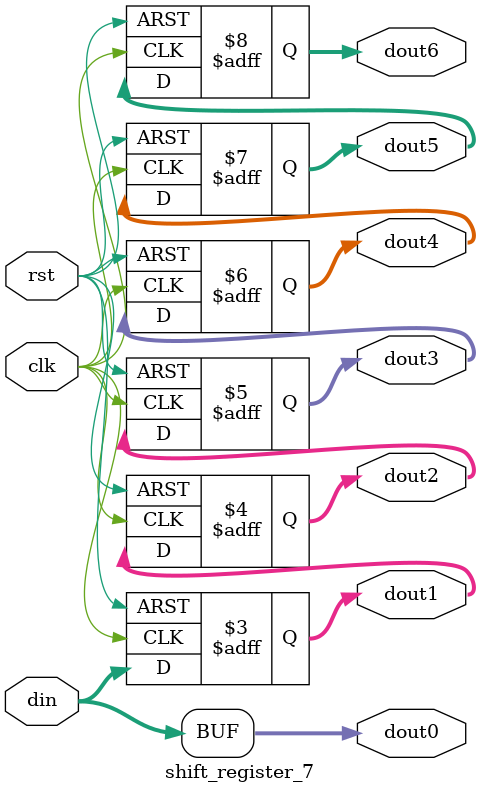
<source format=v>
`timescale 1ns / 1ps
module shift_register_7(clk, din, rst, dout0, dout1, dout2, dout3, dout4, dout5, dout6);
    input [7:0] din;
    input rst;
	 input clk;
	 output [7:0] dout0;
    output [7:0] dout1;
    output [7:0] dout2;
	 output [7:0] dout3;
	 output [7:0] dout4;
	 output [7:0] dout5;
	 output [7:0] dout6;


	 wire[7:0] dout0;
	 reg[7:0] dout1;
	 reg[7:0] dout2;
	 reg[7:0] dout3;
	 reg[7:0] dout4;
	 reg[7:0] dout5;
	 reg[7:0] dout6;

	 always@(posedge clk or negedge rst)
	 begin
	 	if(!rst)
		begin
			dout1<=8'bzzzzzzzz;
			dout2<=8'bzzzzzzzz;
			dout3<=8'bzzzzzzzz;
			dout4<=8'bzzzzzzzz;
			dout5<=8'bzzzzzzzz;
			dout6<=8'bzzzzzzzz;
		end
		else
		begin
			dout1<=din;
			dout2<=dout1;
			dout3<=dout2;
			dout4<=dout3;
			dout5<=dout4;
			dout6<=dout5;
		end
	 end

	 assign dout0=din;

endmodule

</source>
